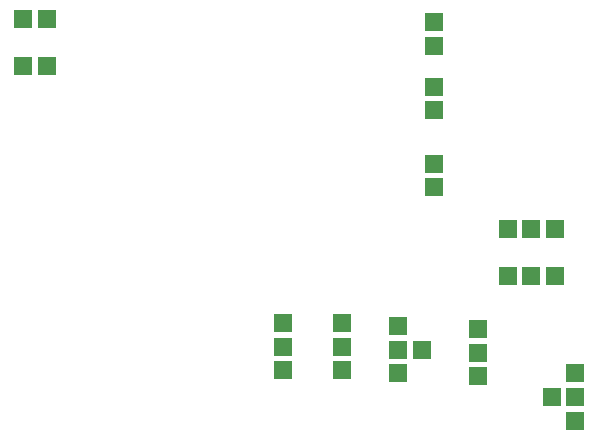
<source format=gbp>
G04*
G04 #@! TF.GenerationSoftware,Altium Limited,Altium Designer,18.0.7 (293)*
G04*
G04 Layer_Color=128*
%FSLAX25Y25*%
%MOIN*%
G70*
G01*
G75*
%ADD48R,0.06000X0.06000*%
%ADD49R,0.06000X0.06000*%
D48*
X248031Y94488D02*
D03*
X240158D02*
D03*
X232283D02*
D03*
X248031Y110236D02*
D03*
X240158D02*
D03*
X232283D02*
D03*
X70866Y180118D02*
D03*
X78740D02*
D03*
X70866Y164370D02*
D03*
X78740D02*
D03*
D49*
X177165Y78740D02*
D03*
Y70866D02*
D03*
Y62992D02*
D03*
X222441Y76772D02*
D03*
Y68898D02*
D03*
Y61024D02*
D03*
X157480Y78740D02*
D03*
Y70866D02*
D03*
Y62992D02*
D03*
X195866Y77756D02*
D03*
Y69882D02*
D03*
Y62008D02*
D03*
X203740Y69882D02*
D03*
X254921Y46260D02*
D03*
Y54134D02*
D03*
Y62008D02*
D03*
X247047Y54134D02*
D03*
X207677Y124016D02*
D03*
Y131890D02*
D03*
X207677Y149606D02*
D03*
Y157480D02*
D03*
Y171260D02*
D03*
Y179134D02*
D03*
M02*

</source>
